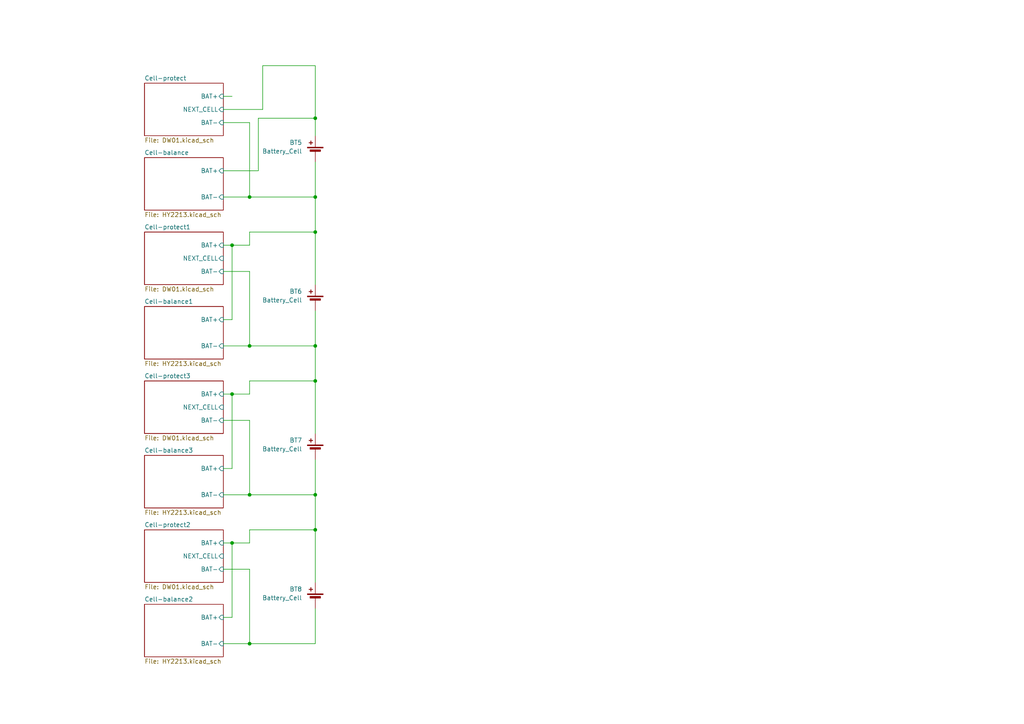
<source format=kicad_sch>
(kicad_sch (version 20230121) (generator eeschema)
  (paper "A4")
  (lib_symbols
    (symbol "Battery-management:DW01"
      (property "Reference" "U" (at 0 6.35 0))
      (symbol "DW01_1_1"
        (rectangle (start -5.08 5.08) (end 5.08 -5.08) (fill (type background)))
        (pin output line (at 7.62 -2.54 180) (length 2.54) (name "OD") (number "1"))
        (pin input line (at 7.62 2.54 180) (length 2.54) (name "CS") (number "2"))
        (pin output line (at 7.62 0 180) (length 2.54) (name "OC") (number "3"))
        (pin input line (at -7.62 0 0) (length 2.54) (name "TD") (number "4"))
        (pin power_in line (at -7.62 2.54 0) (length 2.54) (name "VCC") (number "5"))
        (pin power_in line (at -7.62 -2.54 0) (length 2.54) (name "GND") (number "6"))
      )
    )
    (symbol "Battery-management:HY2213"
      (property "Reference" "U" (at 0 6.35 0))
      (symbol "HY2213_1_1"
        (rectangle (start -6.35 5.08) (end 6.35 -5.08) (fill (type background)))
        (pin no_connect line (at 8.89 2.54 180) (length 2.54) hide (name "NC") (number "1"))
        (pin power_in line (at -8.89 2.54 0) (length 2.54) (name "VDD") (number "2"))
        (pin power_in line (at -8.89 -2.54 0) (length 2.54) (name "VSS") (number "3"))
        (pin no_connect line (at 8.89 2.54 180) (length 2.54) hide (name "NC") (number "4"))
        (pin no_connect line (at 8.89 2.54 180) (length 2.54) hide (name "NC") (number "5"))
        (pin output line (at 8.89 -2.54 180) (length 2.54) (name "OUT") (number "6"))
      )
    )
    (symbol "Device:Battery_Cell" (pin_numbers hide) (pin_names (offset 0) hide)
      (property "Reference" "BT" (at 2.54 2.54 0))
      (property "Value" "Battery_Cell" (at 2.54 0 0))
      (symbol "Battery_Cell_0_1"
        (rectangle (start -2.286 1.778) (end 2.286 1.524) (fill (type outline)))
        (rectangle (start -1.524 1.016) (end 1.524 0.508) (fill (type outline)))
        (polyline (pts (xy 0 0.762) (xy 0 0)))
        (polyline (pts (xy 0 1.778) (xy 0 2.54)))
        (polyline (pts (xy 0.762 3.048) (xy 1.778 3.048)) (stroke (width 0.254)))
        (polyline (pts (xy 1.27 3.556) (xy 1.27 2.54)) (stroke (width 0.254)))
      )
      (symbol "Battery_Cell_1_1"
        (pin passive line (at 0 5.08 270) (length 2.54) (name "+") (number "1"))
        (pin passive line (at 0 -2.54 90) (length 2.54) (name "-") (number "2"))
      )
    )
    (symbol "Device:C_Small" (pin_numbers hide) (pin_names (offset 0.254) hide)
      (property "Reference" "C" (at 0.254 1.778 0))
      (property "Value" "C_Small" (at 0.254 -2.032 0))
      (symbol "C_Small_0_1"
        (polyline (pts (xy -1.524 -0.508) (xy 1.524 -0.508)) (stroke (width 0.3302)))
        (polyline (pts (xy -1.524 0.508) (xy 1.524 0.508)) (stroke (width 0.3048)))
      )
      (symbol "C_Small_1_1"
        (pin passive line (at 0 2.54 270) (length 2.032) (name "~") (number "1"))
        (pin passive line (at 0 -2.54 90) (length 2.032) (name "~") (number "2"))
      )
    )
    (symbol "Device:Q_PNP_BCE" (pin_names (offset 0) hide)
      (property "Reference" "Q" (at 5.08 1.27 0))
      (property "Value" "Q_PNP_BCE" (at 5.08 -1.27 0))
      (symbol "Q_PNP_BCE_0_1"
        (polyline (pts (xy 0.635 0.635) (xy 2.54 2.54)))
        (polyline (pts (xy 0.635 -0.635) (xy 2.54 -2.54) (xy 2.54 -2.54)))
        (polyline (pts (xy 0.635 1.905) (xy 0.635 -1.905) (xy 0.635 -1.905)) (stroke (width 0.508)))
        (polyline (pts (xy 2.286 -1.778) (xy 1.778 -2.286) (xy 1.27 -1.27) (xy 2.286 -1.778) (xy 2.286 -1.778)) (fill (type outline)))
        (circle (center 1.27 0) (radius 2.8194) (stroke (width 0.254)))
      )
      (symbol "Q_PNP_BCE_1_1"
        (pin input line (at -5.08 0 0) (length 5.715) (name "B") (number "1"))
        (pin passive line (at 2.54 5.08 270) (length 2.54) (name "C") (number "2"))
        (pin passive line (at 2.54 -5.08 90) (length 2.54) (name "E") (number "3"))
      )
    )
    (symbol "Device:R_Small" (pin_numbers hide) (pin_names (offset 0.254) hide)
      (property "Reference" "R" (at 0.762 0.508 0))
      (property "Value" "R_Small" (at 0.762 -1.016 0))
      (symbol "R_Small_0_1"
        (rectangle (start -0.762 1.778) (end 0.762 -1.778) (stroke (width 0.2032)))
      )
      (symbol "R_Small_1_1"
        (pin passive line (at 0 2.54 270) (length 0.762) (name "~") (number "1"))
        (pin passive line (at 0 -2.54 90) (length 0.762) (name "~") (number "2"))
      )
    )
    (symbol "Transistor_FET:2N7002" (pin_names hide)
      (property "Reference" "Q" (at 5.08 1.905 0))
      (property "Value" "2N7002" (at 5.08 0 0))
      (symbol "2N7002_0_1"
        (polyline (pts (xy 0.254 0) (xy -2.54 0)))
        (polyline (pts (xy 0.254 1.905) (xy 0.254 -1.905)) (stroke (width 0.254)))
        (polyline (pts (xy 0.762 -1.27) (xy 0.762 -2.286)) (stroke (width 0.254)))
        (polyline (pts (xy 0.762 0.508) (xy 0.762 -0.508)) (stroke (width 0.254)))
        (polyline (pts (xy 0.762 2.286) (xy 0.762 1.27)) (stroke (width 0.254)))
        (polyline (pts (xy 2.54 2.54) (xy 2.54 1.778)))
        (polyline (pts (xy 2.54 -2.54) (xy 2.54 0) (xy 0.762 0)))
        (polyline (pts (xy 0.762 -1.778) (xy 3.302 -1.778) (xy 3.302 1.778) (xy 0.762 1.778)))
        (polyline (pts (xy 1.016 0) (xy 2.032 0.381) (xy 2.032 -0.381) (xy 1.016 0)) (fill (type outline)))
        (polyline (pts (xy 2.794 0.508) (xy 2.921 0.381) (xy 3.683 0.381) (xy 3.81 0.254)))
        (polyline (pts (xy 3.302 0.381) (xy 2.921 -0.254) (xy 3.683 -0.254) (xy 3.302 0.381)))
        (circle (center 1.651 0) (radius 2.794) (stroke (width 0.254)))
        (circle (center 2.54 -1.778) (radius 0.254) (fill (type outline)))
        (circle (center 2.54 1.778) (radius 0.254) (fill (type outline)))
      )
      (symbol "2N7002_1_1"
        (pin input line (at -5.08 0 0) (length 2.54) (name "G") (number "1"))
        (pin passive line (at 2.54 -5.08 90) (length 2.54) (name "S") (number "2"))
        (pin passive line (at 2.54 5.08 270) (length 2.54) (name "D") (number "3"))
      )
    )
  )
  (junction (at -15.24 40.64))
  (junction (at 72.39 100.33))
  (junction (at -53.34 111.76))
  (junction (at 91.44 100.33))
  (junction (at 91.44 67.31))
  (junction (at -85.09 17.78))
  (junction (at -53.34 83.82))
  (junction (at -53.34 55.88))
  (junction (at -53.34 124.46))
  (junction (at -85.09 96.52))
  (junction (at 91.44 110.49))
  (junction (at -73.66 68.58))
  (junction (at -43.18 68.58))
  (junction (at 67.31 157.48))
  (junction (at -109.22 40.64))
  (junction (at -85.09 91.44))
  (junction (at -85.09 111.76))
  (junction (at -160.02 78.74))
  (junction (at -15.24 68.58))
  (junction (at -85.09 55.88))
  (junction (at 72.39 186.69))
  (junction (at -15.24 96.52))
  (junction (at -134.62 118.11))
  (junction (at 91.44 34.29))
  (junction (at -109.22 96.52))
  (junction (at -85.09 27.94))
  (junction (at -73.66 124.46))
  (junction (at -151.13 102.87))
  (junction (at 91.44 143.51))
  (junction (at -85.09 124.46))
  (junction (at -53.34 17.78))
  (junction (at -85.09 35.56))
  (junction (at -43.18 40.64))
  (junction (at -85.09 40.64))
  (junction (at -109.22 68.58))
  (junction (at -53.34 68.58))
  (junction (at -73.66 17.78))
  (junction (at -134.62 34.29))
  (junction (at -85.09 83.82))
  (junction (at 91.44 153.67))
  (junction (at -53.34 27.94))
  (junction (at -43.18 124.46))
  (junction (at 72.39 143.51))
  (junction (at -85.09 63.5))
  (junction (at -134.62 62.23))
  (junction (at 67.31 114.3))
  (junction (at 72.39 57.15))
  (junction (at -151.13 74.93))
  (junction (at -73.66 40.64))
  (junction (at -43.18 96.52))
  (junction (at 67.31 71.12))
  (junction (at -160.02 50.8))
  (junction (at -53.34 96.52))
  (junction (at 91.44 57.15))
  (junction (at -134.62 90.17))
  (junction (at -85.09 119.38))
  (junction (at -85.09 68.58))
  (junction (at -53.34 40.64))
  (junction (at -73.66 96.52))
  (no_connect (at -90.17 88.9))
  (no_connect (at -90.17 33.02))
  (no_connect (at -90.17 60.96))
  (no_connect (at -90.17 116.84))
  (wire (pts (xy -151.13 102.87) (xy -134.62 102.87)))
  (wire (pts (xy 64.77 114.3) (xy 67.31 114.3)))
  (wire (pts (xy -134.62 34.29) (xy -143.51 34.29)))
  (wire (pts (xy -53.34 40.64) (xy -53.34 49.53)))
  (wire (pts (xy 64.77 35.56) (xy 72.39 35.56)))
  (wire (pts (xy 91.44 133.35) (xy 91.44 143.51)))
  (wire (pts (xy 67.31 92.71) (xy 67.31 71.12)))
  (wire (pts (xy -124.46 55.88) (xy -124.46 60.96)))
  (wire (pts (xy -124.46 60.96) (xy -120.65 60.96)))
  (wire (pts (xy -15.24 68.58) (xy -43.18 68.58)))
  (wire (pts (xy -85.09 63.5) (xy -90.17 63.5)))
  (wire (pts (xy -53.34 55.88) (xy -53.34 57.15)))
  (wire (pts (xy -109.22 58.42) (xy -109.22 68.58)))
  (wire (pts (xy -87.63 30.48) (xy -87.63 27.94)))
  (wire (pts (xy -124.46 88.9) (xy -120.65 88.9)))
  (wire (pts (xy 91.44 57.15) (xy 72.39 57.15)))
  (wire (pts (xy -85.09 85.09) (xy -85.09 83.82)))
  (wire (pts (xy 64.77 78.74) (xy 72.39 78.74)))
  (wire (pts (xy -15.24 17.78) (xy -53.34 17.78)))
  (wire (pts (xy 64.77 186.69) (xy 72.39 186.69)))
  (wire (pts (xy -22.86 116.84) (xy -25.4 116.84)))
  (wire (pts (xy -105.41 30.48) (xy -109.22 30.48)))
  (wire (pts (xy -124.46 96.52) (xy -127 96.52)))
  (wire (pts (xy -85.09 110.49) (xy -85.09 111.76)))
  (wire (pts (xy -160.02 78.74) (xy -160.02 71.12)))
  (wire (pts (xy -87.63 83.82) (xy -85.09 83.82)))
  (wire (pts (xy -43.18 88.9) (xy -43.18 96.52)))
  (wire (pts (xy -134.62 62.23) (xy -134.62 60.96)))
  (wire (pts (xy 91.44 100.33) (xy 72.39 100.33)))
  (wire (pts (xy -15.24 21.59) (xy -15.24 17.78)))
  (wire (pts (xy -85.09 40.64) (xy -73.66 40.64)))
  (wire (pts (xy -151.13 86.36) (xy -151.13 102.87)))
  (wire (pts (xy -160.02 50.8) (xy -160.02 66.04)))
  (wire (pts (xy -85.09 40.64) (xy -85.09 49.53)))
  (wire (pts (xy -85.09 57.15) (xy -85.09 55.88)))
  (wire (pts (xy -124.46 68.58) (xy -127 68.58)))
  (wire (pts (xy -85.09 29.21) (xy -85.09 27.94)))
  (wire (pts (xy -15.24 121.92) (xy -15.24 124.46)))
  (wire (pts (xy -73.66 90.17) (xy -73.66 96.52)))
  (wire (pts (xy -43.18 60.96) (xy -43.18 68.58)))
  (wire (pts (xy -15.24 40.64) (xy -43.18 40.64)))
  (wire (pts (xy -127 55.88) (xy -124.46 55.88)))
  (wire (pts (xy -124.46 40.64) (xy -127 40.64)))
  (wire (pts (xy -53.34 26.67) (xy -53.34 27.94)))
  (wire (pts (xy -115.57 119.38) (xy -105.41 119.38)))
  (wire (pts (xy -143.51 76.2) (xy -109.22 76.2)))
  (wire (pts (xy -85.09 35.56) (xy -90.17 35.56)))
  (wire (pts (xy -109.22 40.64) (xy -85.09 40.64)))
  (wire (pts (xy 74.93 49.53) (xy 74.93 34.29)))
  (wire (pts (xy -53.34 21.59) (xy -53.34 17.78)))
  (wire (pts (xy 72.39 114.3) (xy 72.39 110.49)))
  (wire (pts (xy 72.39 157.48) (xy 72.39 153.67)))
  (wire (pts (xy -53.34 54.61) (xy -53.34 55.88)))
  (wire (pts (xy -53.34 17.78) (xy -73.66 17.78)))
  (wire (pts (xy -143.51 118.11) (xy -143.51 104.14)))
  (wire (pts (xy -85.09 91.44) (xy -90.17 91.44)))
  (wire (pts (xy -115.57 91.44) (xy -105.41 91.44)))
  (wire (pts (xy -115.57 88.9) (xy -105.41 88.9)))
  (wire (pts (xy -90.17 30.48) (xy -87.63 30.48)))
  (wire (pts (xy 64.77 31.75) (xy 76.2 31.75)))
  (wire (pts (xy -85.09 34.29) (xy -85.09 35.56)))
  (wire (pts (xy -124.46 35.56) (xy -124.46 40.64)))
  (wire (pts (xy -53.34 96.52) (xy -73.66 96.52)))
  (wire (pts (xy -143.51 17.78) (xy -85.09 17.78)))
  (wire (pts (xy -109.22 48.26) (xy -109.22 40.64)))
  (wire (pts (xy -109.22 68.58) (xy -85.09 68.58)))
  (wire (pts (xy -15.24 110.49) (xy -15.24 111.76)))
  (wire (pts (xy -73.66 26.67) (xy -73.66 17.78)))
  (wire (pts (xy 72.39 153.67) (xy 91.44 153.67)))
  (wire (pts (xy -134.62 90.17) (xy -134.62 88.9)))
  (wire (pts (xy -115.57 35.56) (xy -105.41 35.56)))
  (wire (pts (xy -53.34 111.76) (xy -53.34 113.03)))
  (wire (pts (xy -151.13 74.93) (xy -151.13 81.28)))
  (wire (pts (xy -134.62 34.29) (xy -134.62 33.02)))
  (wire (pts (xy -53.34 83.82) (xy -43.18 83.82)))
  (wire (pts (xy -53.34 124.46) (xy -73.66 124.46)))
  (wire (pts (xy -143.51 90.17) (xy -143.51 76.2)))
  (wire (pts (xy -85.09 17.78) (xy -85.09 21.59)))
  (wire (pts (xy -15.24 54.61) (xy -15.24 55.88)))
  (wire (pts (xy -124.46 119.38) (xy -124.46 124.46)))
  (wire (pts (xy -115.57 33.02) (xy -105.41 33.02)))
  (wire (pts (xy -15.24 68.58) (xy -15.24 77.47)))
  (wire (pts (xy 76.2 19.05) (xy 91.44 19.05)))
  (wire (pts (xy -151.13 64.77) (xy -151.13 74.93)))
  (wire (pts (xy -53.34 118.11) (xy -53.34 124.46)))
  (wire (pts (xy -134.62 118.11) (xy -134.62 119.38)))
  (wire (pts (xy 72.39 121.92) (xy 72.39 143.51)))
  (wire (pts (xy -109.22 76.2) (xy -109.22 68.58)))
  (wire (pts (xy -160.02 105.41) (xy -160.02 99.06)))
  (wire (pts (xy -43.18 96.52) (xy -53.34 96.52)))
  (wire (pts (xy -109.22 114.3) (xy -109.22 124.46)))
  (wire (pts (xy -160.02 50.8) (xy -134.62 50.8)))
  (wire (pts (xy -134.62 35.56) (xy -134.62 34.29)))
  (wire (pts (xy -15.24 82.55) (xy -15.24 83.82)))
  (wire (pts (xy -143.51 48.26) (xy -109.22 48.26)))
  (wire (pts (xy -134.62 90.17) (xy -143.51 90.17)))
  (wire (pts (xy 91.44 153.67) (xy 91.44 168.91)))
  (wire (pts (xy 91.44 34.29) (xy 91.44 39.37)))
  (wire (pts (xy 91.44 110.49) (xy 91.44 125.73)))
  (wire (pts (xy 64.77 179.07) (xy 67.31 179.07)))
  (wire (pts (xy -53.34 27.94) (xy -43.18 27.94)))
  (wire (pts (xy -43.18 40.64) (xy -53.34 40.64)))
  (wire (pts (xy -53.34 83.82) (xy -53.34 85.09)))
  (wire (pts (xy -134.62 46.99) (xy -151.13 46.99)))
  (wire (pts (xy -120.65 91.44) (xy -124.46 91.44)))
  (wire (pts (xy -85.09 113.03) (xy -85.09 111.76)))
  (wire (pts (xy -143.51 34.29) (xy -143.51 17.78)))
  (wire (pts (xy 76.2 31.75) (xy 76.2 19.05)))
  (wire (pts (xy 91.44 186.69) (xy 72.39 186.69)))
  (wire (pts (xy 91.44 176.53) (xy 91.44 186.69)))
  (wire (pts (xy -85.09 124.46) (xy -73.66 124.46)))
  (wire (pts (xy -15.24 38.1) (xy -15.24 40.64)))
  (wire (pts (xy 72.39 78.74) (xy 72.39 100.33)))
  (wire (pts (xy -53.34 62.23) (xy -53.34 68.58)))
  (wire (pts (xy -127 111.76) (xy -124.46 111.76)))
  (wire (pts (xy -53.34 34.29) (xy -53.34 40.64)))
  (wire (pts (xy 91.44 143.51) (xy 72.39 143.51)))
  (wire (pts (xy -73.66 68.58) (xy -73.66 82.55)))
  (wire (pts (xy 64.77 165.1) (xy 72.39 165.1)))
  (wire (pts (xy -134.62 116.84) (xy -134.62 118.11)))
  (wire (pts (xy -109.22 86.36) (xy -109.22 96.52)))
  (wire (pts (xy -160.02 78.74) (xy -160.02 93.98)))
  (wire (pts (xy -53.34 27.94) (xy -53.34 29.21)))
  (wire (pts (xy 64.77 121.92) (xy 72.39 121.92)))
  (wire (pts (xy -87.63 55.88) (xy -85.09 55.88)))
  (wire (pts (xy -124.46 116.84) (xy -120.65 116.84)))
  (wire (pts (xy 72.39 71.12) (xy 72.39 67.31)))
  (wire (pts (xy 64.77 100.33) (xy 72.39 100.33)))
  (wire (pts (xy -53.34 68.58) (xy -53.34 77.47)))
  (wire (pts (xy 91.44 19.05) (xy 91.44 34.29)))
  (wire (pts (xy -134.62 45.72) (xy -134.62 46.99)))
  (wire (pts (xy -15.24 26.67) (xy -15.24 27.94)))
  (wire (pts (xy -109.22 30.48) (xy -109.22 40.64)))
  (wire (pts (xy 64.77 49.53) (xy 74.93 49.53)))
  (wire (pts (xy -127 83.82) (xy -124.46 83.82)))
  (wire (pts (xy -134.62 63.5) (xy -134.62 62.23)))
  (wire (pts (xy -85.09 63.5) (xy -85.09 68.58)))
  (wire (pts (xy -151.13 102.87) (xy -151.13 109.22)))
  (wire (pts (xy -53.34 96.52) (xy -53.34 105.41)))
  (wire (pts (xy -73.66 96.52) (xy -73.66 110.49)))
  (wire (pts (xy 64.77 92.71) (xy 67.31 92.71)))
  (wire (pts (xy -115.57 63.5) (xy -105.41 63.5)))
  (wire (pts (xy -143.51 62.23) (xy -143.51 48.26)))
  (wire (pts (xy -134.62 106.68) (xy -134.62 105.41)))
  (wire (pts (xy 72.39 35.56) (xy 72.39 57.15)))
  (wire (pts (xy 64.77 27.94) (xy 67.31 27.94)))
  (wire (pts (xy -15.24 66.04) (xy -15.24 68.58)))
  (wire (pts (xy -134.62 105.41) (xy -160.02 105.41)))
  (wire (pts (xy -85.09 62.23) (xy -85.09 63.5)))
  (wire (pts (xy 67.31 71.12) (xy 72.39 71.12)))
  (wire (pts (xy -73.66 62.23) (xy -73.66 68.58)))
  (wire (pts (xy -124.46 83.82) (xy -124.46 88.9)))
  (wire (pts (xy -143.51 104.14) (xy -109.22 104.14)))
  (wire (pts (xy -134.62 74.93) (xy -151.13 74.93)))
  (wire (pts (xy -160.02 50.8) (xy -160.02 43.18)))
  (wire (pts (xy -85.09 119.38) (xy -90.17 119.38)))
  (wire (pts (xy -120.65 119.38) (xy -124.46 119.38)))
  (wire (pts (xy -120.65 35.56) (xy -124.46 35.56)))
  (wire (pts (xy -43.18 116.84) (xy -43.18 124.46)))
  (wire (pts (xy -87.63 114.3) (xy -87.63 111.76)))
  (wire (pts (xy -134.62 62.23) (xy -143.51 62.23)))
  (wire (pts (xy -134.62 118.11) (xy -143.51 118.11)))
  (wire (pts (xy -53.34 68.58) (xy -73.66 68.58)))
  (wire (pts (xy -85.09 90.17) (xy -85.09 91.44)))
  (wire (pts (xy 64.77 57.15) (xy 72.39 57.15)))
  (wire (pts (xy -134.62 20.32) (xy -160.02 20.32)))
  (wire (pts (xy -22.86 33.02) (xy -25.4 33.02)))
  (wire (pts (xy 64.77 135.89) (xy 67.31 135.89)))
  (wire (pts (xy -53.34 40.64) (xy -73.66 40.64)))
  (wire (pts (xy -87.63 58.42) (xy -87.63 55.88)))
  (wire (pts (xy 91.44 67.31) (xy 91.44 82.55)))
  (wire (pts (xy -127 27.94) (xy -124.46 27.94)))
  (wire (pts (xy -134.62 22.86) (xy -134.62 20.32)))
  (wire (pts (xy 67.31 179.07) (xy 67.31 157.48)))
  (wire (pts (xy 67.31 157.48) (xy 72.39 157.48)))
  (wire (pts (xy -53.34 55.88) (xy -43.18 55.88)))
  (wire (pts (xy -73.66 34.29) (xy -73.66 40.64)))
  (wire (pts (xy -53.34 110.49) (xy -53.34 111.76)))
  (wire (pts (xy -105.41 114.3) (xy -109.22 114.3)))
  (wire (pts (xy -85.09 68.58) (xy -85.09 77.47)))
  (wire (pts (xy -85.09 91.44) (xy -85.09 96.52)))
  (wire (pts (xy -43.18 33.02) (xy -43.18 40.64)))
  (wire (pts (xy -22.86 88.9) (xy -25.4 88.9)))
  (wire (pts (xy -15.24 93.98) (xy -15.24 96.52)))
  (wire (pts (xy -15.24 96.52) (xy -43.18 96.52)))
  (wire (pts (xy -85.09 96.52) (xy -73.66 96.52)))
  (wire (pts (xy -73.66 40.64) (xy -73.66 54.61)))
  (wire (pts (xy -124.46 27.94) (xy -124.46 33.02)))
  (wire (pts (xy -109.22 96.52) (xy -85.09 96.52)))
  (wire (pts (xy -134.62 78.74) (xy -160.02 78.74)))
  (wire (pts (xy -109.22 124.46) (xy -85.09 124.46)))
  (wire (pts (xy -85.09 118.11) (xy -85.09 119.38)))
  (wire (pts (xy -85.09 26.67) (xy -85.09 27.94)))
  (wire (pts (xy 64.77 71.12) (xy 67.31 71.12)))
  (wire (pts (xy 72.39 110.49) (xy 91.44 110.49)))
  (wire (pts (xy -85.09 119.38) (xy -85.09 124.46)))
  (wire (pts (xy 74.93 34.29) (xy 91.44 34.29)))
  (wire (pts (xy -105.41 58.42) (xy -109.22 58.42)))
  (wire (pts (xy -124.46 91.44) (xy -124.46 96.52)))
  (wire (pts (xy -90.17 58.42) (xy -87.63 58.42)))
  (wire (pts (xy 91.44 46.99) (xy 91.44 57.15)))
  (wire (pts (xy -73.66 118.11) (xy -73.66 124.46)))
  (wire (pts (xy 91.44 143.51) (xy 91.44 153.67)))
  (wire (pts (xy -43.18 124.46) (xy -53.34 124.46)))
  (wire (pts (xy -160.02 20.32) (xy -160.02 38.1)))
  (wire (pts (xy 67.31 135.89) (xy 67.31 114.3)))
  (wire (pts (xy 64.77 157.48) (xy 67.31 157.48)))
  (wire (pts (xy -85.09 68.58) (xy -73.66 68.58)))
  (wire (pts (xy -124.46 63.5) (xy -124.46 68.58)))
  (wire (pts (xy -22.86 60.96) (xy -25.4 60.96)))
  (wire (pts (xy -124.46 33.02) (xy -120.65 33.02)))
  (wire (pts (xy 67.31 114.3) (xy 72.39 114.3)))
  (wire (pts (xy 91.44 57.15) (xy 91.44 67.31)))
  (wire (pts (xy -134.62 73.66) (xy -134.62 74.93)))
  (wire (pts (xy -87.63 86.36) (xy -87.63 83.82)))
  (wire (pts (xy -43.18 68.58) (xy -53.34 68.58)))
  (wire (pts (xy -15.24 124.46) (xy -43.18 124.46)))
  (wire (pts (xy -115.57 60.96) (xy -105.41 60.96)))
  (wire (pts (xy 91.44 90.17) (xy 91.44 100.33)))
  (wire (pts (xy -53.34 82.55) (xy -53.34 83.82)))
  (wire (pts (xy -90.17 114.3) (xy -87.63 114.3)))
  (wire (pts (xy 72.39 67.31) (xy 91.44 67.31)))
  (wire (pts (xy -151.13 46.99) (xy -151.13 59.69)))
  (wire (pts (xy -85.09 96.52) (xy -85.09 105.41)))
  (wire (pts (xy -85.09 35.56) (xy -85.09 40.64)))
  (wire (pts (xy -115.57 116.84) (xy -105.41 116.84)))
  (wire (pts (xy 72.39 165.1) (xy 72.39 186.69)))
  (wire (pts (xy 91.44 100.33) (xy 91.44 110.49)))
  (wire (pts (xy -15.24 40.64) (xy -15.24 49.53)))
  (wire (pts (xy -53.34 90.17) (xy -53.34 96.52)))
  (wire (pts (xy -124.46 124.46) (xy -127 124.46)))
  (wire (pts (xy -53.34 111.76) (xy -43.18 111.76)))
  (wire (pts (xy -120.65 63.5) (xy -124.46 63.5)))
  (wire (pts (xy -105.41 86.36) (xy -109.22 86.36)))
  (wire (pts (xy -15.24 96.52) (xy -15.24 105.41)))
  (wire (pts (xy -73.66 17.78) (xy -85.09 17.78)))
  (wire (pts (xy -85.09 54.61) (xy -85.09 55.88)))
  (wire (pts (xy -134.62 101.6) (xy -134.62 102.87)))
  (wire (pts (xy -90.17 86.36) (xy -87.63 86.36)))
  (wire (pts (xy -134.62 91.44) (xy -134.62 90.17)))
  (wire (pts (xy -109.22 104.14) (xy -109.22 96.52)))
  (wire (pts (xy -124.46 111.76) (xy -124.46 116.84)))
  (wire (pts (xy 64.77 143.51) (xy 72.39 143.51)))
  (wire (pts (xy -87.63 111.76) (xy -85.09 111.76)))
  (wire (pts (xy -87.63 27.94) (xy -85.09 27.94)))
  (wire (pts (xy -85.09 82.55) (xy -85.09 83.82)))
  (symbol (lib_id "Device:C_Small") (at -85.09 59.69 0) (unit 1)
    (property "Reference" "C3" (at -82.55 58.4263 0) (effects (justify left)))
    (property "Value" "100nF" (at -82.55 60.9663 0) (effects (justify left)))
  )
  (symbol (lib_id "Device:R_Small") (at -118.11 33.02 90) (unit 1)
    (property "Reference" "R1" (at -114.3 31.75 90))
    (property "Value" "1K" (at -121.92 31.75 90))
  )
  (symbol (lib_id "Transistor_FET:2N7002") (at -17.78 116.84 0) (unit 1)
    (property "Reference" "Q12" (at -11.43 115.57 0) (effects (justify left)))
    (property "Value" "2N7002" (at -11.43 118.11 0) (effects (justify left)))
    (property "Footprint" "Package_TO_SOT_SMD:SOT-23" (effects hide))
    (property "Datasheet" "https://www.onsemi.com/pub/Collateral/NDS7002A-D.PDF" (effects hide))
  )
  (symbol (lib_id "Device:Q_PNP_BCE") (at -132.08 40.64 180) (unit 1)
    (property "Reference" "Q2" (at -137.16 41.91 0) (effects (justify left)))
    (property "Value" "PNP" (at -137.16 39.37 0) (effects (justify left)))
  )
  (symbol (lib_id "Device:R_Small") (at -85.09 24.13 0) (unit 1)
    (property "Reference" "R4" (at -82.55 22.86 0) (effects (justify left)))
    (property "Value" "R" (at -82.55 25.4 0) (effects (justify left)))
  )
  (symbol (lib_id "Device:R_Small") (at -118.11 116.84 90) (unit 1)
    (property "Reference" "R20" (at -114.3 115.57 90))
    (property "Value" "1K" (at -121.92 115.57 90))
  )
  (symbol (lib_id "Device:R_Small") (at -118.11 88.9 90) (unit 1)
    (property "Reference" "R13" (at -114.3 87.63 90))
    (property "Value" "1K" (at -121.92 87.63 90))
  )
  (symbol (lib_id "Device:Battery_Cell") (at 91.44 173.99 0) (mirror y) (unit 1)
    (property "Reference" "BT8" (at 87.63 170.8785 0) (effects (justify left)))
    (property "Value" "Battery_Cell" (at 87.63 173.4185 0) (effects (justify left)))
  )
  (symbol (lib_id "Transistor_FET:2N7002") (at -17.78 33.02 0) (unit 1)
    (property "Reference" "Q3" (at -11.43 31.75 0) (effects (justify left)))
    (property "Value" "2N7002" (at -11.43 34.29 0) (effects (justify left)))
    (property "Footprint" "Package_TO_SOT_SMD:SOT-23" (effects hide))
    (property "Datasheet" "https://www.onsemi.com/pub/Collateral/NDS7002A-D.PDF" (effects hide))
  )
  (symbol (lib_id "Battery-management:DW01") (at -97.79 33.02 0) (mirror y) (unit 1)
    (property "Reference" "U1" (at -97.79 22.86 0))
    (property "Value" "DW01" (at -97.79 25.4 0))
  )
  (symbol (lib_id "Device:Q_PNP_BCE") (at -132.08 83.82 0) (mirror y) (unit 1)
    (property "Reference" "Q7" (at -137.16 82.55 0) (effects (justify left)))
    (property "Value" "PNP" (at -137.16 85.09 0) (effects (justify left)))
  )
  (symbol (lib_id "Device:R_Small") (at -118.11 35.56 90) (unit 1)
    (property "Reference" "R2" (at -114.3 34.29 90))
    (property "Value" "1K" (at -121.92 34.29 90))
  )
  (symbol (lib_id "Device:R_Small") (at -160.02 68.58 0) (unit 1)
    (property "Reference" "R19" (at -157.48 67.31 0) (effects (justify left)))
    (property "Value" "R" (at -157.48 69.85 0) (effects (justify left)))
  )
  (symbol (lib_id "Battery-management:HY2213") (at -34.29 114.3 0) (unit 1)
    (property "Reference" "U8" (at -34.29 104.14 0))
    (property "Value" "HY2213" (at -34.29 106.68 0))
  )
  (symbol (lib_id "Device:R_Small") (at -15.24 80.01 0) (unit 1)
    (property "Reference" "R17" (at -12.7 78.74 0) (effects (justify left)))
    (property "Value" "R" (at -12.7 81.28 0) (effects (justify left)))
  )
  (symbol (lib_id "Device:Battery_Cell") (at 91.44 44.45 0) (mirror y) (unit 1)
    (property "Reference" "BT5" (at 87.63 41.3385 0) (effects (justify left)))
    (property "Value" "Battery_Cell" (at 87.63 43.8785 0) (effects (justify left)))
  )
  (symbol (lib_id "Device:R_Small") (at -118.11 63.5 90) (unit 1)
    (property "Reference" "R9" (at -114.3 62.23 90))
    (property "Value" "1K" (at -121.92 62.23 90))
  )
  (symbol (lib_id "Device:R_Small") (at -15.24 107.95 0) (unit 1)
    (property "Reference" "R24" (at -12.7 106.68 0) (effects (justify left)))
    (property "Value" "R" (at -12.7 109.22 0) (effects (justify left)))
  )
  (symbol (lib_id "Transistor_FET:2N7002") (at -17.78 88.9 0) (unit 1)
    (property "Reference" "Q9" (at -11.43 87.63 0) (effects (justify left)))
    (property "Value" "2N7002" (at -11.43 90.17 0) (effects (justify left)))
    (property "Footprint" "Package_TO_SOT_SMD:SOT-23" (effects hide))
    (property "Datasheet" "https://www.onsemi.com/pub/Collateral/NDS7002A-D.PDF" (effects hide))
  )
  (symbol (lib_id "Device:C_Small") (at -85.09 31.75 0) (unit 1)
    (property "Reference" "C1" (at -82.55 30.4863 0) (effects (justify left)))
    (property "Value" "100nF" (at -82.55 33.0263 0) (effects (justify left)))
  )
  (symbol (lib_id "Device:R_Small") (at -53.34 52.07 0) (unit 1)
    (property "Reference" "R11" (at -50.8 50.8 0) (effects (justify left)))
    (property "Value" "R" (at -50.8 53.34 0) (effects (justify left)))
  )
  (symbol (lib_id "Device:R_Small") (at -53.34 80.01 0) (unit 1)
    (property "Reference" "R16" (at -50.8 78.74 0) (effects (justify left)))
    (property "Value" "R" (at -50.8 81.28 0) (effects (justify left)))
  )
  (symbol (lib_id "Device:C_Small") (at -85.09 115.57 0) (unit 1)
    (property "Reference" "C7" (at -82.55 114.3063 0) (effects (justify left)))
    (property "Value" "100nF" (at -82.55 116.8463 0) (effects (justify left)))
  )
  (symbol (lib_id "Device:Battery_Cell") (at -73.66 59.69 0) (unit 1)
    (property "Reference" "BT2" (at -69.85 56.5785 0) (effects (justify left)))
    (property "Value" "Battery_Cell" (at -69.85 59.1185 0) (effects (justify left)))
  )
  (symbol (lib_id "Device:Q_PNP_BCE") (at -132.08 27.94 0) (mirror y) (unit 1)
    (property "Reference" "Q1" (at -137.16 26.67 0) (effects (justify left)))
    (property "Value" "PNP" (at -137.16 29.21 0) (effects (justify left)))
  )
  (symbol (lib_id "Device:R_Small") (at -118.11 91.44 90) (unit 1)
    (property "Reference" "R14" (at -114.3 90.17 90))
    (property "Value" "1K" (at -121.92 90.17 90))
  )
  (symbol (lib_id "Device:R_Small") (at -53.34 24.13 0) (unit 1)
    (property "Reference" "R5" (at -50.8 22.86 0) (effects (justify left)))
    (property "Value" "R" (at -50.8 25.4 0) (effects (justify left)))
  )
  (symbol (lib_id "Device:Q_PNP_BCE") (at -132.08 55.88 0) (mirror y) (unit 1)
    (property "Reference" "Q4" (at -137.16 54.61 0) (effects (justify left)))
    (property "Value" "PNP" (at -137.16 57.15 0) (effects (justify left)))
  )
  (symbol (lib_id "Device:Q_PNP_BCE") (at -132.08 68.58 180) (unit 1)
    (property "Reference" "Q5" (at -137.16 69.85 0) (effects (justify left)))
    (property "Value" "PNP" (at -137.16 67.31 0) (effects (justify left)))
  )
  (symbol (lib_id "Device:R_Small") (at -151.13 111.76 0) (unit 1)
    (property "Reference" "R25" (at -148.59 110.49 0) (effects (justify left)))
    (property "Value" "R" (at -148.59 113.03 0) (effects (justify left)))
  )
  (symbol (lib_id "Device:R_Small") (at -53.34 107.95 0) (unit 1)
    (property "Reference" "R23" (at -50.8 106.68 0) (effects (justify left)))
    (property "Value" "R" (at -50.8 109.22 0) (effects (justify left)))
  )
  (symbol (lib_id "Device:R_Small") (at -160.02 40.64 0) (unit 1)
    (property "Reference" "R3" (at -157.48 39.37 0) (effects (justify left)))
    (property "Value" "R" (at -157.48 41.91 0) (effects (justify left)))
  )
  (symbol (lib_id "Device:R_Small") (at -160.02 96.52 0) (unit 1)
    (property "Reference" "R26" (at -157.48 95.25 0) (effects (justify left)))
    (property "Value" "R" (at -157.48 97.79 0) (effects (justify left)))
  )
  (symbol (lib_id "Device:C_Small") (at -85.09 87.63 0) (unit 1)
    (property "Reference" "C5" (at -82.55 86.3663 0) (effects (justify left)))
    (property "Value" "100nF" (at -82.55 88.9063 0) (effects (justify left)))
  )
  (symbol (lib_id "Device:R_Small") (at -85.09 107.95 0) (unit 1)
    (property "Reference" "R22" (at -82.55 106.68 0) (effects (justify left)))
    (property "Value" "R" (at -82.55 109.22 0) (effects (justify left)))
  )
  (symbol (lib_id "Device:R_Small") (at -151.13 62.23 0) (unit 1)
    (property "Reference" "R7" (at -148.59 60.96 0) (effects (justify left)))
    (property "Value" "R" (at -148.59 63.5 0) (effects (justify left)))
  )
  (symbol (lib_id "Device:C_Small") (at -53.34 115.57 0) (unit 1)
    (property "Reference" "C8" (at -50.8 114.3063 0) (effects (justify left)))
    (property "Value" "100nF" (at -50.8 116.8463 0) (effects (justify left)))
  )
  (symbol (lib_id "Battery-management:HY2213") (at -34.29 58.42 0) (unit 1)
    (property "Reference" "U4" (at -34.29 48.26 0))
    (property "Value" "HY2213" (at -34.29 50.8 0))
  )
  (symbol (lib_id "Battery-management:HY2213") (at -34.29 30.48 0) (unit 1)
    (property "Reference" "U2" (at -34.29 20.32 0))
    (property "Value" "HY2213" (at -34.29 22.86 0))
  )
  (symbol (lib_id "Device:C_Small") (at -53.34 31.75 0) (unit 1)
    (property "Reference" "C2" (at -50.8 30.4863 0) (effects (justify left)))
    (property "Value" "100nF" (at -50.8 33.0263 0) (effects (justify left)))
  )
  (symbol (lib_id "Transistor_FET:2N7002") (at -17.78 60.96 0) (unit 1)
    (property "Reference" "Q6" (at -11.43 59.69 0) (effects (justify left)))
    (property "Value" "2N7002" (at -11.43 62.23 0) (effects (justify left)))
    (property "Footprint" "Package_TO_SOT_SMD:SOT-23" (effects hide))
    (property "Datasheet" "https://www.onsemi.com/pub/Collateral/NDS7002A-D.PDF" (effects hide))
  )
  (symbol (lib_id "Battery-management:DW01") (at -97.79 88.9 0) (mirror y) (unit 1)
    (property "Reference" "U5" (at -97.79 78.74 0))
    (property "Value" "DW01" (at -97.79 81.28 0))
  )
  (symbol (lib_id "Device:C_Small") (at -53.34 87.63 0) (unit 1)
    (property "Reference" "C6" (at -50.8 86.3663 0) (effects (justify left)))
    (property "Value" "100nF" (at -50.8 88.9063 0) (effects (justify left)))
  )
  (symbol (lib_id "Battery-management:HY2213") (at -34.29 86.36 0) (unit 1)
    (property "Reference" "U6" (at -34.29 76.2 0))
    (property "Value" "HY2213" (at -34.29 78.74 0))
  )
  (symbol (lib_id "Device:R_Small") (at -118.11 60.96 90) (unit 1)
    (property "Reference" "R8" (at -114.3 59.69 90))
    (property "Value" "1K" (at -121.92 59.69 90))
  )
  (symbol (lib_id "Device:Q_PNP_BCE") (at -132.08 111.76 0) (mirror y) (unit 1)
    (property "Reference" "Q10" (at -137.16 110.49 0) (effects (justify left)))
    (property "Value" "PNP" (at -137.16 113.03 0) (effects (justify left)))
  )
  (symbol (lib_id "Device:Battery_Cell") (at 91.44 87.63 0) (mirror y) (unit 1)
    (property "Reference" "BT6" (at 87.63 84.5185 0) (effects (justify left)))
    (property "Value" "Battery_Cell" (at 87.63 87.0585 0) (effects (justify left)))
  )
  (symbol (lib_id "Device:R_Small") (at -85.09 52.07 0) (unit 1)
    (property "Reference" "R10" (at -82.55 50.8 0) (effects (justify left)))
    (property "Value" "R" (at -82.55 53.34 0) (effects (justify left)))
  )
  (symbol (lib_id "Device:R_Small") (at -118.11 119.38 90) (unit 1)
    (property "Reference" "R21" (at -114.3 118.11 90))
    (property "Value" "1K" (at -121.92 118.11 90))
  )
  (symbol (lib_id "Device:Battery_Cell") (at -73.66 87.63 0) (unit 1)
    (property "Reference" "BT3" (at -69.85 84.5185 0) (effects (justify left)))
    (property "Value" "Battery_Cell" (at -69.85 87.0585 0) (effects (justify left)))
  )
  (symbol (lib_id "Device:R_Small") (at -85.09 80.01 0) (unit 1)
    (property "Reference" "R15" (at -82.55 78.74 0) (effects (justify left)))
    (property "Value" "R" (at -82.55 81.28 0) (effects (justify left)))
  )
  (symbol (lib_id "Device:Battery_Cell") (at 91.44 130.81 0) (mirror y) (unit 1)
    (property "Reference" "BT7" (at 87.63 127.6985 0) (effects (justify left)))
    (property "Value" "Battery_Cell" (at 87.63 130.2385 0) (effects (justify left)))
  )
  (symbol (lib_id "Device:Q_PNP_BCE") (at -132.08 124.46 180) (unit 1)
    (property "Reference" "Q11" (at -137.16 125.73 0) (effects (justify left)))
    (property "Value" "PNP" (at -137.16 123.19 0) (effects (justify left)))
  )
  (symbol (lib_id "Device:R_Small") (at -151.13 83.82 0) (unit 1)
    (property "Reference" "R18" (at -148.59 82.55 0) (effects (justify left)))
    (property "Value" "R" (at -148.59 85.09 0) (effects (justify left)))
  )
  (symbol (lib_id "Device:C_Small") (at -53.34 59.69 0) (unit 1)
    (property "Reference" "C4" (at -50.8 58.4263 0) (effects (justify left)))
    (property "Value" "100nF" (at -50.8 60.9663 0) (effects (justify left)))
  )
  (symbol (lib_id "Device:R_Small") (at -15.24 24.13 0) (unit 1)
    (property "Reference" "R6" (at -12.7 22.86 0) (effects (justify left)))
    (property "Value" "R" (at -12.7 25.4 0) (effects (justify left)))
  )
  (symbol (lib_id "Device:Battery_Cell") (at -73.66 115.57 0) (unit 1)
    (property "Reference" "BT4" (at -69.85 112.4585 0) (effects (justify left)))
    (property "Value" "Battery_Cell" (at -69.85 114.9985 0) (effects (justify left)))
  )
  (symbol (lib_id "Battery-management:DW01") (at -97.79 60.96 0) (mirror y) (unit 1)
    (property "Reference" "U3" (at -97.79 50.8 0))
    (property "Value" "DW01" (at -97.79 53.34 0))
  )
  (symbol (lib_id "Device:R_Small") (at -15.24 52.07 0) (unit 1)
    (property "Reference" "R12" (at -12.7 50.8 0) (effects (justify left)))
    (property "Value" "R" (at -12.7 53.34 0) (effects (justify left)))
  )
  (symbol (lib_id "Battery-management:DW01") (at -97.79 116.84 0) (mirror y) (unit 1)
    (property "Reference" "U7" (at -97.79 106.68 0))
    (property "Value" "DW01" (at -97.79 109.22 0))
  )
  (symbol (lib_id "Device:Q_PNP_BCE") (at -132.08 96.52 180) (unit 1)
    (property "Reference" "Q8" (at -137.16 97.79 0) (effects (justify left)))
    (property "Value" "PNP" (at -137.16 95.25 0) (effects (justify left)))
  )
  (symbol (lib_id "Device:Battery_Cell") (at -73.66 31.75 0) (unit 1)
    (property "Reference" "BT1" (at -69.85 28.6385 0) (effects (justify left)))
    (property "Value" "Battery_Cell" (at -69.85 31.1785 0) (effects (justify left)))
  )
  (sheet (at 41.91 132.08) (size 22.86 15.24) (stroke (width 0.1524))
    (property "Sheetname" "Cell-balance3" (at 41.91 131.3684 0) (effects (justify left bottom)))
    (property "Sheetfile" "HY2213.kicad_sch" (at 41.91 147.9046 0) (effects (justify left top)))
    (pin "BAT-" input (at 64.77 143.51 0))
    (pin "BAT+" input (at 64.77 135.89 0))
  )
  (sheet (at 41.91 110.49) (size 22.86 15.24) (stroke (width 0.1524))
    (property "Sheetname" "Cell-protect3" (at 41.91 109.7784 0) (effects (justify left bottom)))
    (property "Sheetfile" "DW01.kicad_sch" (at 41.91 126.3146 0) (effects (justify left top)))
    (pin "BAT-" input (at 64.77 121.92 0))
    (pin "NEXT_CELL" input (at 64.77 118.11 0))
    (pin "BAT+" input (at 64.77 114.3 0))
  )
  (sheet (at 41.91 88.9) (size 22.86 15.24) (stroke (width 0.1524))
    (property "Sheetname" "Cell-balance1" (at 41.91 88.1884 0) (effects (justify left bottom)))
    (property "Sheetfile" "HY2213.kicad_sch" (at 41.91 104.7246 0) (effects (justify left top)))
    (pin "BAT-" input (at 64.77 100.33 0))
    (pin "BAT+" input (at 64.77 92.71 0))
  )
  (sheet (at 41.91 175.26) (size 22.86 15.24) (stroke (width 0.1524))
    (property "Sheetname" "Cell-balance2" (at 41.91 174.5484 0) (effects (justify left bottom)))
    (property "Sheetfile" "HY2213.kicad_sch" (at 41.91 191.0846 0) (effects (justify left top)))
    (pin "BAT-" input (at 64.77 186.69 0))
    (pin "BAT+" input (at 64.77 179.07 0))
  )
  (sheet (at 41.91 45.72) (size 22.86 15.24) (stroke (width 0.1524))
    (property "Sheetname" "Cell-balance" (at 41.91 45.0084 0) (effects (justify left bottom)))
    (property "Sheetfile" "HY2213.kicad_sch" (at 41.91 61.5446 0) (effects (justify left top)))
    (pin "BAT-" input (at 64.77 57.15 0))
    (pin "BAT+" input (at 64.77 49.53 0))
  )
  (sheet (at 41.91 24.13) (size 22.86 15.24) (stroke (width 0.1524))
    (property "Sheetname" "Cell-protect" (at 41.91 23.4184 0) (effects (justify left bottom)))
    (property "Sheetfile" "DW01.kicad_sch" (at 41.91 39.9546 0) (effects (justify left top)))
    (pin "BAT-" input (at 64.77 35.56 0))
    (pin "NEXT_CELL" input (at 64.77 31.75 0))
    (pin "BAT+" input (at 64.77 27.94 0))
  )
  (sheet (at 41.91 153.67) (size 22.86 15.24) (stroke (width 0.1524))
    (property "Sheetname" "Cell-protect2" (at 41.91 152.9584 0) (effects (justify left bottom)))
    (property "Sheetfile" "DW01.kicad_sch" (at 41.91 169.4946 0) (effects (justify left top)))
    (pin "BAT-" input (at 64.77 165.1 0))
    (pin "NEXT_CELL" input (at 64.77 161.29 0))
    (pin "BAT+" input (at 64.77 157.48 0))
  )
  (sheet (at 41.91 67.31) (size 22.86 15.24) (stroke (width 0.1524))
    (property "Sheetname" "Cell-protect1" (at 41.91 66.5984 0) (effects (justify left bottom)))
    (property "Sheetfile" "DW01.kicad_sch" (at 41.91 83.1346 0) (effects (justify left top)))
    (pin "BAT-" input (at 64.77 78.74 0))
    (pin "NEXT_CELL" input (at 64.77 74.93 0))
    (pin "BAT+" input (at 64.77 71.12 0))
  )
)
</source>
